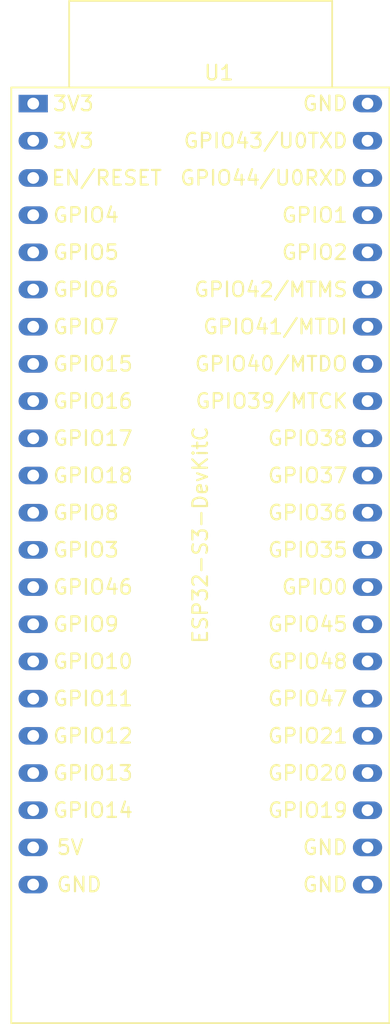
<source format=kicad_pcb>
(kicad_pcb (version 20240108) (generator "pcbnew") (generator_version "8.0")
  (layers (0 "F.Cu" signal) (31 "B.Cu" signal) (34 "B.Paste" user) (35 "F.Paste" user) (36 "B.SilkS" user "B.Silkscreen") (37 "F.SilkS" user "F.Silkscreen") (38 "B.Mask" user) (39 "F.Mask" user) (44 "Edge.Cuts" user))
  (net 0 "")
  (net 1 "Row 5")
  (net 2 "Net-(U1-GND-Pad22)")
  (net 4 "Col 14")
  (net 5 "Col 12")
  (net 6 "Col 03")
  (net 8 "Row 0")
  (net 11 "Col 08")
  (net 12 "Col 09")
  (net 15 "Row 3")
  (net 18 "Row 4")
  (net 19 "Col 11")
  (net 20 "Col 05")
  (net 21 "Col 02")
  (net 22 "Col 13")
  (net 24 "Col 10")
  (net 26 "Col 06")
  (net 27 "Col 01")
  (net 30 "Net-(U1-3V3-Pad1)")
  (net 32 "Col 07")
  (net 34 "Col 00")
  (net 35 "Col 04")
  (net 37 "Col 15")
  (net 38 "Row 2")
  (net 39 "Row 1")
  (footprint "PCM_Espressif:ESP32-S3-DevKitC" (layer "F.Cu") (at 55.14 38.16)
    (property "Reference" "U1" (at 12.7 -2.1 0) (layer "F.SilkS"))
    (property "Value" "ESP32-S3-DevKitC" (at 11.42632 29.46128 90) (layer "F.SilkS"))
    (fp_line (start -1.5 62.79728) (end 24.359999 62.79728) (stroke (width 0.12)) (layer "F.SilkS"))
    (fp_line (start -1.499999 -1.1) (end -1.5 62.79728) (stroke (width 0.12)) (layer "F.SilkS"))
    (fp_line (start 2.46012 -7.01312) (end 20.44332 -7.01312) (stroke (width 0.12)) (layer "F.SilkS"))
    (fp_line (start 2.46012 -1.12032) (end 2.46012 -7.01312) (stroke (width 0.12)) (layer "F.SilkS"))
    (fp_line (start 20.44332 -7.01312) (end 20.44332 -1.12032) (stroke (width 0.12)) (layer "F.SilkS"))
    (fp_line (start 24.359999 62.79728) (end 24.36 -1.1) (stroke (width 0.12)) (layer "F.SilkS"))
    (fp_line (start 24.36 -1.1) (end -1.499999 -1.1) (stroke (width 0.12)) (layer "F.SilkS"))
    (fp_text user "GPIO17" (at 1.27 22.86 0) (layer "F.SilkS") (effects (justify left)))
    (fp_text user "GPIO2" (at 21.59 10.16 0) (layer "F.SilkS") (effects (justify right)))
    (fp_text user "GPIO35" (at 21.59 30.48 0) (layer "F.SilkS") (effects (justify right)))
    (fp_text user "GPIO1" (at 21.59 7.62 0) (layer "F.SilkS") (effects (justify right)))
    (fp_text user "GPIO48" (at 21.59 38.1 0) (layer "F.SilkS") (effects (justify right)))
    (fp_text user "GPIO45" (at 21.59 35.56 0) (layer "F.SilkS") (effects (justify right)))
    (fp_text user "GPIO20" (at 21.59 45.72 0) (layer "F.SilkS") (effects (justify right)))
    (fp_text user "GPIO38" (at 21.59 22.86 0) (layer "F.SilkS") (effects (justify right)))
    (fp_text user "GPIO44/U0RXD" (at 21.59 5.08 0) (layer "F.SilkS") (effects (justify right)))
    (fp_text user "GPIO36" (at 21.59 27.94 0) (layer "F.SilkS") (effects (justify right)))
    (fp_text user "GPIO41/MTDI" (at 21.59 15.24 0) (layer "F.SilkS") (effects (justify right)))
    (fp_text user "GND" (at 1.52032 53.33728 0) (layer "F.SilkS") (effects (justify left)))
    (fp_text user "GPIO12" (at 1.27 43.18 0) (layer "F.SilkS") (effects (justify left)))
    (fp_text user "GPIO18" (at 1.27 25.4 0) (layer "F.SilkS") (effects (justify left)))
    (fp_text user "GPIO19" (at 21.59 48.26 0) (layer "F.SilkS") (effects (justify right)))
    (fp_text user "GPIO14" (at 1.27 48.26 0) (layer "F.SilkS") (effects (justify left)))
    (fp_text user "GPIO47" (at 21.59 40.64 0) (layer "F.SilkS") (effects (justify right)))
    (fp_text user "GPIO6" (at 1.27 12.7 0) (layer "F.SilkS") (effects (justify left)))
    (fp_text user "GPIO11" (at 1.27 40.64 0) (layer "F.SilkS") (effects (justify left)))
    (fp_text user "GPIO10" (at 1.27 38.1 0) (layer "F.SilkS") (effects (justify left)))
    (fp_text user "GPIO42/MTMS" (at 21.59 12.7 0) (layer "F.SilkS") (effects (justify right)))
    (fp_text user "GPIO15" (at 1.27 17.78 0) (layer "F.SilkS") (effects (justify left)))
    (fp_text user "GPIO46" (at 1.27 33.02 0) (layer "F.SilkS") (effects (justify left)))
    (fp_text user "5V" (at 1.52032 50.79728 0) (layer "F.SilkS") (effects (justify left)))
    (fp_text user "3V3" (at 1.27 2.54 0) (layer "F.SilkS") (effects (justify left)))
    (fp_text user "GND" (at 21.59 0 0) (layer "F.SilkS") (effects (justify right)))
    (fp_text user "EN/RESET" (at 8.88632 5.07728 0) (layer "F.SilkS") (effects (justify right)))
    (fp_text user "GPIO7" (at 1.27 15.24 0) (layer "F.SilkS") (effects (justify left)))
    (fp_text user "GPIO43/U0TXD" (at 21.59 2.54 0) (layer "F.SilkS") (effects (justify right)))
    (fp_text user "GPIO40/MTDO" (at 21.59 17.78 0) (layer "F.SilkS") (effects (justify right)))
    (fp_text user "GPIO37" (at 21.59 25.4 0) (layer "F.SilkS") (effects (justify right)))
    (fp_text user "GPIO3" (at 1.27 30.48 0) (layer "F.SilkS") (effects (justify left)))
    (fp_text user "GPIO16" (at 1.27 20.32 0) (layer "F.SilkS") (effects (justify left)))
    (fp_text user "GND" (at 21.59 50.8 0) (layer "F.SilkS") (effects (justify right)))
    (fp_text user "GPIO9" (at 1.27 35.56 0) (layer "F.SilkS") (effects (justify left)))
    (fp_text user "GPIO13" (at 1.27 45.72 0) (layer "F.SilkS") (effects (justify left)))
    (fp_text user "GND" (at 21.59 53.34 0) (layer "F.SilkS") (effects (justify right)))
    (fp_text user "GPIO21" (at 21.59 43.18 0) (layer "F.SilkS") (effects (justify right)))
    (fp_text user "GPIO5" (at 1.27 10.16 0) (layer "F.SilkS") (effects (justify left)))
    (fp_text user "GPIO4" (at 1.27 7.62 0) (layer "F.SilkS") (effects (justify left)))
    (fp_text user "GPIO0" (at 21.59 33.02 0) (layer "F.SilkS") (effects (justify right)))
    (fp_text user "GPIO8" (at 1.27 27.94 0) (layer "F.SilkS") (effects (justify left)))
    (fp_text user "3V3" (at 1.27 0 0) (layer "F.SilkS") (effects (justify left)))
    (fp_text user "GPIO39/MTCK" (at 21.59 20.32 0) (layer "F.SilkS") (effects (justify right)))
    (pad "1" thru_hole rect (at 0 0 270) (size 1.2 2) (drill 0.8) (layers "*.Cu" "*.Mask") (net 30 "Net-(U1-3V3-Pad1)"))
    (pad "2" thru_hole oval (at 0 2.54 270) (size 1.2 2) (drill 0.8) (layers "*.Cu" "*.Mask") (net 30 "Net-(U1-3V3-Pad1)"))
    (pad "3" thru_hole oval (at 0 5.08 270) (size 1.2 2) (drill 0.8) (layers "*.Cu" "*.Mask"))
    (pad "4" thru_hole oval (at 0 7.62 270) (size 1.2 2) (drill 0.8) (layers "*.Cu" "*.Mask") (net 34 "Col 00"))
    (pad "5" thru_hole oval (at 0 10.16 270) (size 1.2 2) (drill 0.8) (layers "*.Cu" "*.Mask") (net 27 "Col 01"))
    (pad "6" thru_hole oval (at 0 12.7 270) (size 1.2 2) (drill 0.8) (layers "*.Cu" "*.Mask") (net 21 "Col 02"))
    (pad "7" thru_hole oval (at 0 15.24 270) (size 1.2 2) (drill 0.8) (layers "*.Cu" "*.Mask") (net 6 "Col 03"))
    (pad "8" thru_hole oval (at 0 17.78 270) (size 1.2 2) (drill 0.8) (layers "*.Cu" "*.Mask"))
    (pad "9" thru_hole oval (at 0 20.32 270) (size 1.2 2) (drill 0.8) (layers "*.Cu" "*.Mask"))
    (pad "10" thru_hole oval (at 0 22.86 270) (size 1.2 2) (drill 0.8) (layers "*.Cu" "*.Mask") (net 19 "Col 11"))
    (pad "11" thru_hole oval (at 0 25.4 270) (size 1.2 2) (drill 0.8) (layers "*.Cu" "*.Mask") (net 5 "Col 12"))
    (pad "12" thru_hole oval (at 0 27.94 270) (size 1.2 2) (drill 0.8) (layers "*.Cu" "*.Mask") (net 35 "Col 04"))
    (pad "13" thru_hole oval (at 0 30.48 270) (size 1.2 2) (drill 0.8) (layers "*.Cu" "*.Mask"))
    (pad "14" thru_hole oval (at 0 33.02 270) (size 1.2 2) (drill 0.8) (layers "*.Cu" "*.Mask") (net 15 "Row 3"))
    (pad "15" thru_hole oval (at 0 35.56 270) (size 1.2 2) (drill 0.8) (layers "*.Cu" "*.Mask") (net 20 "Col 05"))
    (pad "16" thru_hole oval (at 0 38.1 270) (size 1.2 2) (drill 0.8) (layers "*.Cu" "*.Mask") (net 26 "Col 06"))
    (pad "17" thru_hole oval (at 0 40.64 270) (size 1.2 2) (drill 0.8) (layers "*.Cu" "*.Mask") (net 32 "Col 07"))
    (pad "18" thru_hole oval (at 0 43.18 270) (size 1.2 2) (drill 0.8) (layers "*.Cu" "*.Mask") (net 11 "Col 08"))
    (pad "19" thru_hole oval (at 0 45.72 270) (size 1.2 2) (drill 0.8) (layers "*.Cu" "*.Mask") (net 12 "Col 09"))
    (pad "20" thru_hole oval (at -0.00368 48.25728 270) (size 1.2 2) (drill 0.8) (layers "*.Cu" "*.Mask") (net 24 "Col 10"))
    (pad "21" thru_hole oval (at -0.00368 50.79728 270) (size 1.2 2) (drill 0.8) (layers "*.Cu" "*.Mask"))
    (pad "22" thru_hole oval (at -0.00368 53.33728 270) (size 1.2 2) (drill 0.8) (layers "*.Cu" "*.Mask") (net 2 "Net-(U1-GND-Pad22)"))
    (pad "23" thru_hole oval (at 22.86 53.34 270) (size 1.2 2) (drill 0.8) (layers "*.Cu" "*.Mask") (net 2 "Net-(U1-GND-Pad22)"))
    (pad "24" thru_hole oval (at 22.86 50.8 270) (size 1.2 2) (drill 0.8) (layers "*.Cu" "*.Mask") (net 2 "Net-(U1-GND-Pad22)"))
    (pad "25" thru_hole oval (at 22.86 48.26 270) (size 1.2 2) (drill 0.8) (layers "*.Cu" "*.Mask"))
    (pad "26" thru_hole oval (at 22.86 45.72 270) (size 1.2 2) (drill 0.8) (layers "*.Cu" "*.Mask"))
    (pad "27" thru_hole oval (at 22.86 43.18 270) (size 1.2 2) (drill 0.8) (layers "*.Cu" "*.Mask") (net 22 "Col 13"))
    (pad "28" thru_hole oval (at 22.86 40.64 270) (size 1.2 2) (drill 0.8) (layers "*.Cu" "*.Mask") (net 18 "Row 4"))
    (pad "29" thru_hole oval (at 22.86 38.1 270) (size 1.2 2) (drill 0.8) (layers "*.Cu" "*.Mask") (net 1 "Row 5"))
    (pad "30" thru_hole oval (at 22.86 35.56 270) (size 1.2 2) (drill 0.8) (layers "*.Cu" "*.Mask") (net 38 "Row 2"))
    (pad "31" thru_hole oval (at 22.86 33.02 270) (size 1.2 2) (drill 0.8) (layers "*.Cu" "*.Mask"))
    (pad "32" thru_hole oval (at 22.86 30.48 270) (size 1.2 2) (drill 0.8) (layers "*.Cu" "*.Mask") (net 4 "Col 14"))
    (pad "33" thru_hole oval (at 22.86 27.94 270) (size 1.2 2) (drill 0.8) (layers "*.Cu" "*.Mask") (net 37 "Col 15"))
    (pad "34" thru_hole oval (at 22.86 25.4 270) (size 1.2 2) (drill 0.8) (layers "*.Cu" "*.Mask") (net 8 "Row 0"))
    (pad "35" thru_hole oval (at 22.86 22.86 270) (size 1.2 2) (drill 0.8) (layers "*.Cu" "*.Mask") (net 39 "Row 1"))
    (pad "36" thru_hole oval (at 22.86 20.32 270) (size 1.2 2) (drill 0.8) (layers "*.Cu" "*.Mask"))
    (pad "37" thru_hole oval (at 22.86 17.78 270) (size 1.2 2) (drill 0.8) (layers "*.Cu" "*.Mask"))
    (pad "38" thru_hole oval (at 22.86 15.24 270) (size 1.2 2) (drill 0.8) (layers "*.Cu" "*.Mask"))
    (pad "39" thru_hole oval (at 22.86 12.7 270) (size 1.2 2) (drill 0.8) (layers "*.Cu" "*.Mask"))
    (pad "40" thru_hole oval (at 22.86 10.16 270) (size 1.2 2) (drill 0.8) (layers "*.Cu" "*.Mask"))
    (pad "41" thru_hole oval (at 22.86 7.62 270) (size 1.2 2) (drill 0.8) (layers "*.Cu" "*.Mask"))
    (pad "42" thru_hole oval (at 22.86 5.08 270) (size 1.2 2) (drill 0.8) (layers "*.Cu" "*.Mask"))
    (pad "43" thru_hole oval (at 22.86 2.54 270) (size 1.2 2) (drill 0.8) (layers "*.Cu" "*.Mask"))
    (pad "44" thru_hole oval (at 22.86 0 270) (size 1.2 2) (drill 0.8) (layers "*.Cu" "*.Mask") (net 2 "Net-(U1-GND-Pad22)"))
  )
)
</source>
